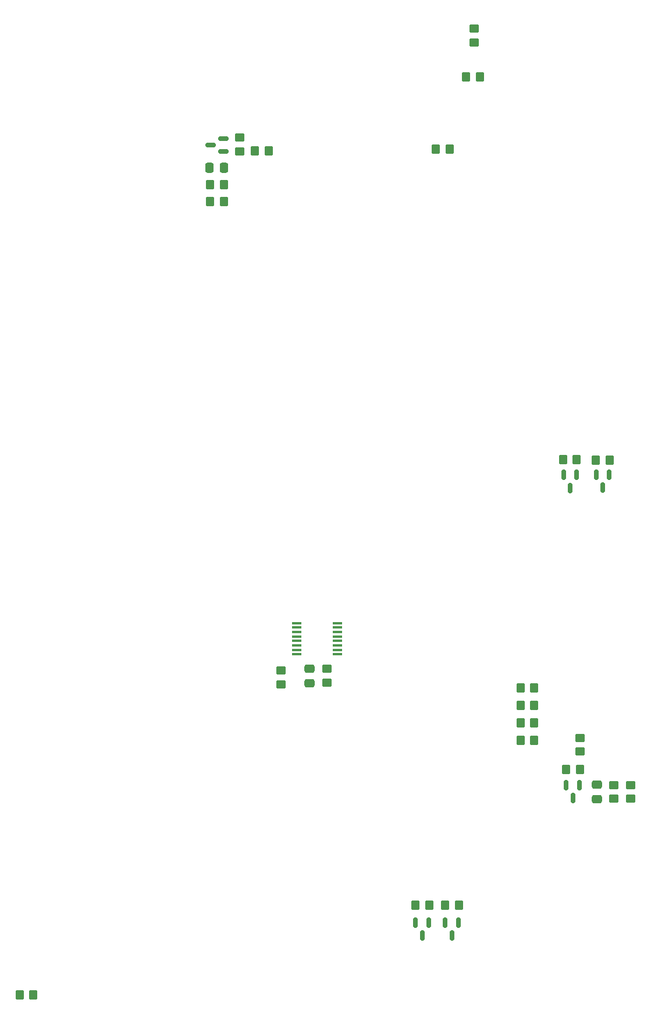
<source format=gbr>
%TF.GenerationSoftware,KiCad,Pcbnew,7.0.1*%
%TF.CreationDate,2023-12-13T20:39:24+01:00*%
%TF.ProjectId,big_pcb,6269675f-7063-4622-9e6b-696361645f70,rev?*%
%TF.SameCoordinates,Original*%
%TF.FileFunction,Paste,Top*%
%TF.FilePolarity,Positive*%
%FSLAX46Y46*%
G04 Gerber Fmt 4.6, Leading zero omitted, Abs format (unit mm)*
G04 Created by KiCad (PCBNEW 7.0.1) date 2023-12-13 20:39:25*
%MOMM*%
%LPD*%
G01*
G04 APERTURE LIST*
G04 Aperture macros list*
%AMRoundRect*
0 Rectangle with rounded corners*
0 $1 Rounding radius*
0 $2 $3 $4 $5 $6 $7 $8 $9 X,Y pos of 4 corners*
0 Add a 4 corners polygon primitive as box body*
4,1,4,$2,$3,$4,$5,$6,$7,$8,$9,$2,$3,0*
0 Add four circle primitives for the rounded corners*
1,1,$1+$1,$2,$3*
1,1,$1+$1,$4,$5*
1,1,$1+$1,$6,$7*
1,1,$1+$1,$8,$9*
0 Add four rect primitives between the rounded corners*
20,1,$1+$1,$2,$3,$4,$5,0*
20,1,$1+$1,$4,$5,$6,$7,0*
20,1,$1+$1,$6,$7,$8,$9,0*
20,1,$1+$1,$8,$9,$2,$3,0*%
G04 Aperture macros list end*
%ADD10RoundRect,0.250000X-0.337500X-0.475000X0.337500X-0.475000X0.337500X0.475000X-0.337500X0.475000X0*%
%ADD11RoundRect,0.250000X-0.350000X-0.450000X0.350000X-0.450000X0.350000X0.450000X-0.350000X0.450000X0*%
%ADD12RoundRect,0.150000X-0.150000X0.587500X-0.150000X-0.587500X0.150000X-0.587500X0.150000X0.587500X0*%
%ADD13RoundRect,0.250000X-0.450000X0.350000X-0.450000X-0.350000X0.450000X-0.350000X0.450000X0.350000X0*%
%ADD14RoundRect,0.250000X0.450000X-0.350000X0.450000X0.350000X-0.450000X0.350000X-0.450000X-0.350000X0*%
%ADD15RoundRect,0.250000X0.475000X-0.337500X0.475000X0.337500X-0.475000X0.337500X-0.475000X-0.337500X0*%
%ADD16RoundRect,0.150000X0.587500X0.150000X-0.587500X0.150000X-0.587500X-0.150000X0.587500X-0.150000X0*%
%ADD17RoundRect,0.250000X0.350000X0.450000X-0.350000X0.450000X-0.350000X-0.450000X0.350000X-0.450000X0*%
%ADD18R,1.475000X0.450000*%
%ADD19RoundRect,0.250000X-0.475000X0.337500X-0.475000X-0.337500X0.475000X-0.337500X0.475000X0.337500X0*%
G04 APERTURE END LIST*
D10*
%TO.C,C2*%
X186412500Y-80290000D03*
X188487500Y-80290000D03*
%TD*%
D11*
%TO.C,R16*%
X186450000Y-85220000D03*
X188450000Y-85220000D03*
%TD*%
D12*
%TO.C,Q2*%
X218270000Y-190020000D03*
X216370000Y-190020000D03*
X217320000Y-191895000D03*
%TD*%
D11*
%TO.C,R11*%
X231640000Y-163520000D03*
X233640000Y-163520000D03*
%TD*%
D13*
%TO.C,R14*%
X190762500Y-75890000D03*
X190762500Y-77890000D03*
%TD*%
D14*
%TO.C,R12*%
X203440000Y-155110000D03*
X203440000Y-153110000D03*
%TD*%
D15*
%TO.C,C1*%
X242770000Y-172047500D03*
X242770000Y-169972500D03*
%TD*%
D16*
%TO.C,Q4*%
X188387500Y-77940000D03*
X188387500Y-76040000D03*
X186512500Y-76990000D03*
%TD*%
D11*
%TO.C,R2*%
X216340000Y-187450000D03*
X218340000Y-187450000D03*
%TD*%
D17*
%TO.C,R18*%
X225720000Y-67040000D03*
X223720000Y-67040000D03*
%TD*%
%TO.C,R1*%
X222680000Y-187460000D03*
X220680000Y-187460000D03*
%TD*%
D18*
%TO.C,U1*%
X204976000Y-151010000D03*
X204976000Y-150360000D03*
X204976000Y-149710000D03*
X204976000Y-149060000D03*
X204976000Y-148410000D03*
X204976000Y-147760000D03*
X204976000Y-147110000D03*
X204976000Y-146460000D03*
X199100000Y-146460000D03*
X199100000Y-147110000D03*
X199100000Y-147760000D03*
X199100000Y-148410000D03*
X199100000Y-149060000D03*
X199100000Y-149710000D03*
X199100000Y-150360000D03*
X199100000Y-151010000D03*
%TD*%
D14*
%TO.C,R3*%
X196770000Y-155380000D03*
X196770000Y-153380000D03*
%TD*%
D12*
%TO.C,Q6*%
X239810000Y-124935000D03*
X237910000Y-124935000D03*
X238860000Y-126810000D03*
%TD*%
D11*
%TO.C,R6*%
X238280000Y-167730000D03*
X240280000Y-167730000D03*
%TD*%
D17*
%TO.C,R13*%
X195002500Y-77870000D03*
X193002500Y-77870000D03*
%TD*%
D14*
%TO.C,R17*%
X224900000Y-62040000D03*
X224900000Y-60040000D03*
%TD*%
D11*
%TO.C,R9*%
X231640000Y-160960000D03*
X233640000Y-160960000D03*
%TD*%
D19*
%TO.C,C3*%
X200960000Y-153102500D03*
X200960000Y-155177500D03*
%TD*%
D12*
%TO.C,Q3*%
X222600000Y-190025000D03*
X220700000Y-190025000D03*
X221650000Y-191900000D03*
%TD*%
%TO.C,Q1*%
X240210000Y-170060000D03*
X238310000Y-170060000D03*
X239260000Y-171935000D03*
%TD*%
D11*
%TO.C,R8*%
X231640000Y-158400000D03*
X233640000Y-158400000D03*
%TD*%
D17*
%TO.C,R20*%
X221300000Y-77610000D03*
X219300000Y-77610000D03*
%TD*%
D11*
%TO.C,R7*%
X231640000Y-155900000D03*
X233640000Y-155900000D03*
%TD*%
D12*
%TO.C,Q5*%
X244540000Y-124890000D03*
X242640000Y-124890000D03*
X243590000Y-126765000D03*
%TD*%
D14*
%TO.C,R10*%
X247700000Y-172010000D03*
X247700000Y-170010000D03*
%TD*%
D13*
%TO.C,R4*%
X240280000Y-163160000D03*
X240280000Y-165160000D03*
%TD*%
D11*
%TO.C,R15*%
X186450000Y-82770000D03*
X188450000Y-82770000D03*
%TD*%
%TO.C,R37*%
X242630000Y-122750000D03*
X244630000Y-122750000D03*
%TD*%
D14*
%TO.C,R5*%
X245250000Y-172010000D03*
X245250000Y-170010000D03*
%TD*%
D11*
%TO.C,R38*%
X237820000Y-122720000D03*
X239820000Y-122720000D03*
%TD*%
D17*
%TO.C,R19*%
X160750000Y-200500000D03*
X158750000Y-200500000D03*
%TD*%
M02*

</source>
